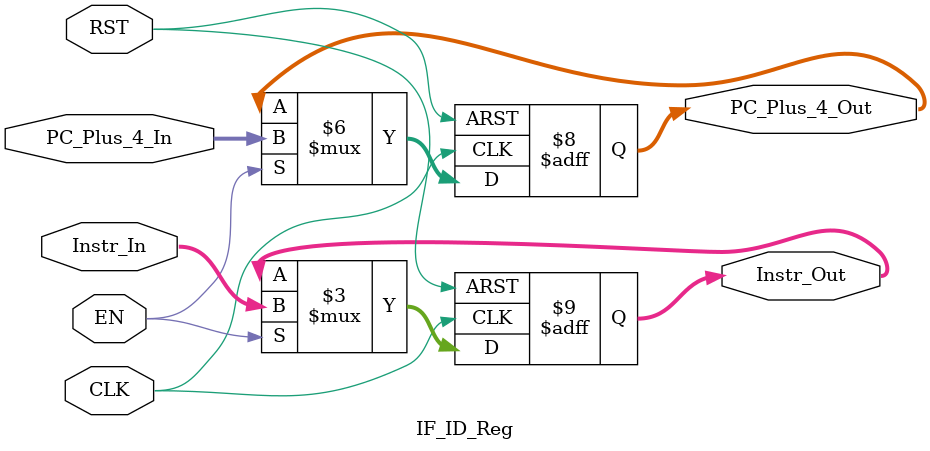
<source format=v>
module IF_ID_Reg(
        input wire  [31:0]  PC_Plus_4_In,
        input wire  [31:0]  Instr_In,
        output reg  [31:0]  PC_Plus_4_Out,
        output reg  [31:0]  Instr_Out,
        input wire          EN,
        input wire          CLK,
        input wire          RST       
    );

    always @ (posedge CLK or posedge RST) begin
        if (RST) begin
            PC_Plus_4_Out <= 32'd0;
            Instr_Out <= 32'd0;
        end
        else if (EN) begin
            PC_Plus_4_Out <= PC_Plus_4_In;
            Instr_Out <= Instr_In;
        end
        else begin
            PC_Plus_4_Out <= PC_Plus_4_Out;
            Instr_Out <= Instr_Out;
        end
    end


endmodule

</source>
